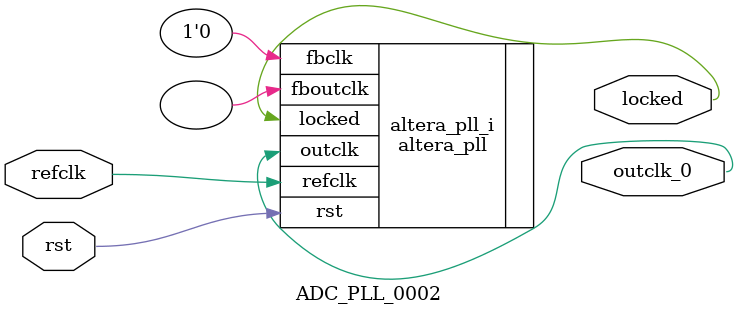
<source format=v>
`timescale 1ns/10ps
module  ADC_PLL_0002(

	// interface 'refclk'
	input wire refclk,

	// interface 'reset'
	input wire rst,

	// interface 'outclk0'
	output wire outclk_0,

	// interface 'locked'
	output wire locked
);

	altera_pll #(
		.fractional_vco_multiplier("false"),
		.reference_clock_frequency("125.0 MHz"),
		.operation_mode("direct"),
		.number_of_clocks(1),
		.output_clock_frequency0("125.000000 MHz"),
		.phase_shift0("0 ps"),
		.duty_cycle0(50),
		.output_clock_frequency1("0 MHz"),
		.phase_shift1("0 ps"),
		.duty_cycle1(50),
		.output_clock_frequency2("0 MHz"),
		.phase_shift2("0 ps"),
		.duty_cycle2(50),
		.output_clock_frequency3("0 MHz"),
		.phase_shift3("0 ps"),
		.duty_cycle3(50),
		.output_clock_frequency4("0 MHz"),
		.phase_shift4("0 ps"),
		.duty_cycle4(50),
		.output_clock_frequency5("0 MHz"),
		.phase_shift5("0 ps"),
		.duty_cycle5(50),
		.output_clock_frequency6("0 MHz"),
		.phase_shift6("0 ps"),
		.duty_cycle6(50),
		.output_clock_frequency7("0 MHz"),
		.phase_shift7("0 ps"),
		.duty_cycle7(50),
		.output_clock_frequency8("0 MHz"),
		.phase_shift8("0 ps"),
		.duty_cycle8(50),
		.output_clock_frequency9("0 MHz"),
		.phase_shift9("0 ps"),
		.duty_cycle9(50),
		.output_clock_frequency10("0 MHz"),
		.phase_shift10("0 ps"),
		.duty_cycle10(50),
		.output_clock_frequency11("0 MHz"),
		.phase_shift11("0 ps"),
		.duty_cycle11(50),
		.output_clock_frequency12("0 MHz"),
		.phase_shift12("0 ps"),
		.duty_cycle12(50),
		.output_clock_frequency13("0 MHz"),
		.phase_shift13("0 ps"),
		.duty_cycle13(50),
		.output_clock_frequency14("0 MHz"),
		.phase_shift14("0 ps"),
		.duty_cycle14(50),
		.output_clock_frequency15("0 MHz"),
		.phase_shift15("0 ps"),
		.duty_cycle15(50),
		.output_clock_frequency16("0 MHz"),
		.phase_shift16("0 ps"),
		.duty_cycle16(50),
		.output_clock_frequency17("0 MHz"),
		.phase_shift17("0 ps"),
		.duty_cycle17(50),
		.pll_type("General"),
		.pll_subtype("General")
	) altera_pll_i (
		.rst	(rst),
		.outclk	({outclk_0}),
		.locked	(locked),
		.fboutclk	( ),
		.fbclk	(1'b0),
		.refclk	(refclk)
	);
endmodule


</source>
